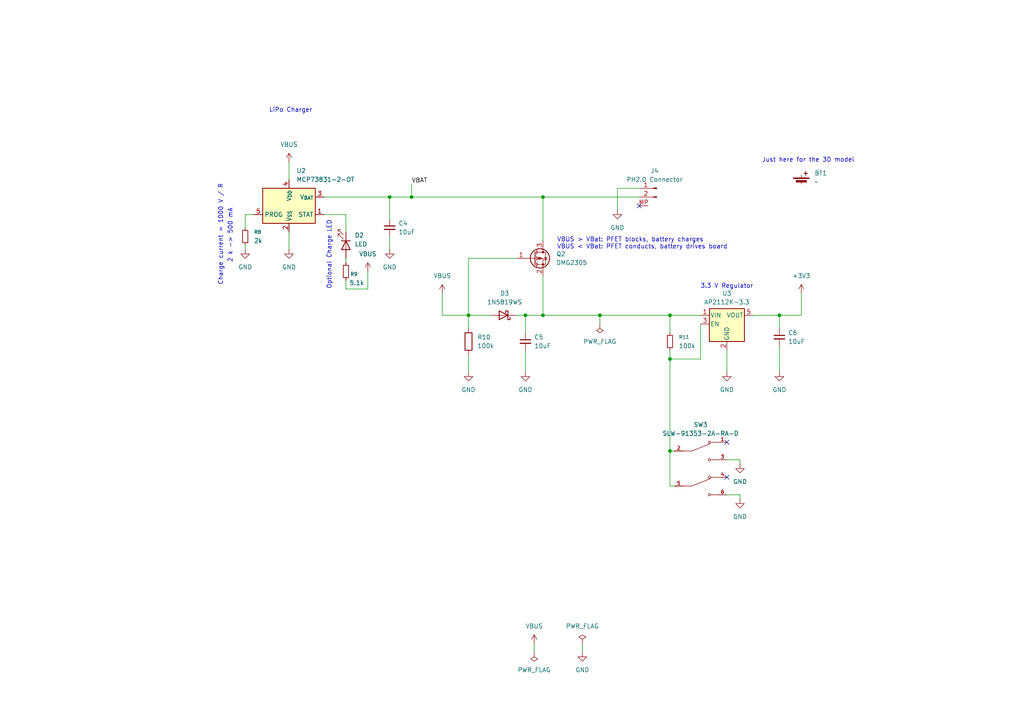
<source format=kicad_sch>
(kicad_sch (version 20250114) (generator "eeschema") (generator_version "9.0")
  (paper "A4")
  (lib_symbols
    (symbol "Battery_Management:MCP73831-2-OT"
      (property "Reference" "U" (at -7.62 6.35 0))
      (property "Value" "MCP73831-2-OT" (at 1.27 6.35 0))
      (symbol "MCP73831-2-OT_0_1"
        (rectangle (start -7.62 5.08) (end 7.62 -5.08) (stroke (width 0.254)) (fill (type background)))
      )
      (symbol "MCP73831-2-OT_1_1"
        (pin input line (at -10.16 -2.54 0) (length 2.54) (name "PROG") (number "5"))
        (pin power_in line (at 0 7.62 270) (length 2.54) (name "V_{DD}") (number "4"))
        (pin power_in line (at 0 -7.62 90) (length 2.54) (name "V_{SS}") (number "2"))
        (pin power_out line (at 10.16 2.54 180) (length 2.54) (name "V_{BAT}") (number "3"))
        (pin tri_state line (at 10.16 -2.54 180) (length 2.54) (name "STAT") (number "1"))
      )
    )
    (symbol "Communicator:Battery_Mockup" (exclude_from_sim yes) (in_bom no)
      (property "Reference" "BT" (at 0 8.89 0))
      (symbol "Battery_Mockup_0_1"
        (rectangle (start -2.286 0.508) (end 2.286 0.254) (fill (type outline)))
        (rectangle (start -1.524 -0.254) (end 1.524 -0.762) (fill (type outline)))
        (polyline (pts (xy 0 0.508) (xy 0 1.27)))
        (polyline (pts (xy 0 -0.508) (xy 0 -1.27)))
        (polyline (pts (xy 0.762 1.778) (xy 1.778 1.778)) (stroke (width 0.254)))
        (polyline (pts (xy 1.27 2.286) (xy 1.27 1.27)) (stroke (width 0.254)))
      )
    )
    (symbol "Communicator:Conn_01x02_Pin_MP" (pin_names (offset 1.016) (hide yes))
      (property "Reference" "J" (at 0 2.54 0))
      (property "Value" "Conn_01x02_Pin_MP" (at 0 -7.62 0))
      (symbol "Conn_01x02_Pin_MP_1_1"
        (rectangle (start 0.8636 0.127) (end 0 -0.127) (stroke (width 0.1524)) (fill (type outline)))
        (rectangle (start 0.8636 -2.413) (end 0 -2.667) (stroke (width 0.1524)) (fill (type outline)))
        (polyline (pts (xy 1.27 0) (xy 0.8636 0)) (stroke (width 0.1524)))
        (polyline (pts (xy 1.27 -2.54) (xy 0.8636 -2.54)) (stroke (width 0.1524)))
        (pin passive line (at 5.08 0 180) (length 3.81) (name "Pin_1") (number "1"))
        (pin passive line (at 5.08 -2.54 180) (length 3.81) (name "Pin_2") (number "2"))
        (pin input line (at 5.08 -5.08 180) (length 2.54) (name "MP") (number "MP"))
      )
    )
    (symbol "Device:C_Small" (pin_numbers (hide yes)) (pin_names (offset 0.254) (hide yes))
      (property "Reference" "C" (at 0.254 1.778 0))
      (property "Value" "C_Small" (at 0.254 -2.032 0))
      (symbol "C_Small_0_1"
        (polyline (pts (xy -1.524 0.508) (xy 1.524 0.508)) (stroke (width 0.3048)))
        (polyline (pts (xy -1.524 -0.508) (xy 1.524 -0.508)) (stroke (width 0.3302)))
      )
      (symbol "C_Small_1_1"
        (pin passive line (at 0 2.54 270) (length 2.032) (name "~") (number "1"))
        (pin passive line (at 0 -2.54 90) (length 2.032) (name "~") (number "2"))
      )
    )
    (symbol "Device:LED" (pin_numbers (hide yes)) (pin_names (offset 1.016) (hide yes))
      (property "Reference" "D" (at 0 2.54 0))
      (property "Value" "LED" (at 0 -2.54 0))
      (symbol "LED_0_1"
        (polyline (pts (xy -3.048 -0.762) (xy -4.572 -2.286) (xy -3.81 -2.286) (xy -4.572 -2.286) (xy -4.572 -1.524)))
        (polyline (pts (xy -1.778 -0.762) (xy -3.302 -2.286) (xy -2.54 -2.286) (xy -3.302 -2.286) (xy -3.302 -1.524)))
        (polyline (pts (xy -1.27 0) (xy 1.27 0)))
        (polyline (pts (xy -1.27 -1.27) (xy -1.27 1.27)) (stroke (width 0.254)))
        (polyline (pts (xy 1.27 -1.27) (xy 1.27 1.27) (xy -1.27 0) (xy 1.27 -1.27)) (stroke (width 0.254)))
      )
      (symbol "LED_1_1"
        (pin passive line (at -3.81 0 0) (length 2.54) (name "K") (number "1"))
        (pin passive line (at 3.81 0 180) (length 2.54) (name "A") (number "2"))
      )
    )
    (symbol "Device:R" (pin_numbers (hide yes)) (pin_names (offset 0))
      (property "Reference" "R" (at 2.032 0 90))
      (property "Value" "R" (at 0 0 90))
      (symbol "R_0_1"
        (rectangle (start -1.016 -2.54) (end 1.016 2.54) (stroke (width 0.254)))
      )
      (symbol "R_1_1"
        (pin passive line (at 0 3.81 270) (length 1.27) (name "~") (number "1"))
        (pin passive line (at 0 -3.81 90) (length 1.27) (name "~") (number "2"))
      )
    )
    (symbol "Device:R_Small" (pin_numbers (hide yes)) (pin_names (offset 0.254) (hide yes))
      (property "Reference" "R" (at 0 0 90))
      (property "Value" "R_Small" (at 1.778 0 90))
      (symbol "R_Small_0_1"
        (rectangle (start -0.762 1.778) (end 0.762 -1.778) (stroke (width 0.2032)))
      )
      (symbol "R_Small_1_1"
        (pin passive line (at 0 2.54 270) (length 0.762) (name "~") (number "1"))
        (pin passive line (at 0 -2.54 90) (length 0.762) (name "~") (number "2"))
      )
    )
    (symbol "Diode:1N5819WS" (pin_numbers (hide yes)) (pin_names (offset 1.016) (hide yes))
      (property "Reference" "D" (at 0 2.54 0))
      (property "Value" "1N5819WS" (at 0 -2.54 0))
      (symbol "1N5819WS_0_1"
        (polyline (pts (xy -1.905 0.635) (xy -1.905 1.27) (xy -1.27 1.27) (xy -1.27 -1.27) (xy -0.635 -1.27) (xy -0.635 -0.635)) (stroke (width 0.254)))
        (polyline (pts (xy 1.27 1.27) (xy 1.27 -1.27) (xy -1.27 0) (xy 1.27 1.27)) (stroke (width 0.254)))
        (polyline (pts (xy 1.27 0) (xy -1.27 0)))
      )
      (symbol "1N5819WS_1_1"
        (pin passive line (at -3.81 0 0) (length 2.54) (name "K") (number "1"))
        (pin passive line (at 3.81 0 180) (length 2.54) (name "A") (number "2"))
      )
    )
    (symbol "Regulator_Linear:AP2112K-3.3" (pin_names (offset 0.254))
      (property "Reference" "U" (at -5.08 5.715 0))
      (property "Value" "AP2112K-3.3" (at 0 5.715 0))
      (symbol "AP2112K-3.3_0_1"
        (rectangle (start -5.08 4.445) (end 5.08 -5.08) (stroke (width 0.254)) (fill (type background)))
      )
      (symbol "AP2112K-3.3_1_1"
        (pin power_in line (at -7.62 2.54 0) (length 2.54) (name "VIN") (number "1"))
        (pin input line (at -7.62 0 0) (length 2.54) (name "EN") (number "3"))
        (pin power_in line (at 0 -7.62 90) (length 2.54) (name "GND") (number "2"))
        (pin no_connect line (at 5.08 0 180) (length 2.54) (hide yes) (name "NC") (number "4"))
        (pin power_out line (at 7.62 2.54 180) (length 2.54) (name "VOUT") (number "5"))
      )
    )
    (symbol "SLW-91353-2A-RA-D:SLW-91353-2A-RA-D" (pin_names (offset 1.016))
      (property "Reference" "SW" (at -2.54 10.16 0))
      (property "Value" "SLW-91353-2A-RA-D" (at -2.54 -10.16 0))
      (symbol "SLW-91353-2A-RA-D_0_0"
        (polyline (pts (xy -2.54 5.08) (xy -5.08 5.08)) (stroke (width 0.1524)))
        (polyline (pts (xy -2.54 5.08) (xy 2.794 7.2136)) (stroke (width 0.1524)))
        (polyline (pts (xy -2.54 -5.08) (xy -5.08 -5.08)) (stroke (width 0.1524)))
        (polyline (pts (xy -2.54 -5.08) (xy 2.794 -2.9464)) (stroke (width 0.1524)))
        (circle (center 2.54 7.62) (radius 0.3302) (stroke (width 0.1524)))
        (circle (center 2.54 2.54) (radius 0.3302) (stroke (width 0.1524)))
        (circle (center 2.54 -2.54) (radius 0.3302) (stroke (width 0.1524)))
        (circle (center 2.54 -7.62) (radius 0.3302) (stroke (width 0.1524)))
        (polyline (pts (xy 5.08 7.62) (xy 2.921 7.62)) (stroke (width 0.1524)))
        (polyline (pts (xy 5.08 2.54) (xy 2.921 2.54)) (stroke (width 0.1524)))
        (polyline (pts (xy 5.08 -2.54) (xy 2.921 -2.54)) (stroke (width 0.1524)))
        (polyline (pts (xy 5.08 -7.62) (xy 2.921 -7.62)) (stroke (width 0.1524)))
        (pin passive line (at -7.62 5.08 0) (length 2.54) (name "~") (number "2"))
        (pin passive line (at -7.62 -5.08 0) (length 2.54) (name "~") (number "5"))
        (pin passive line (at 7.62 7.62 180) (length 2.54) (name "~") (number "1"))
        (pin passive line (at 7.62 2.54 180) (length 2.54) (name "~") (number "3"))
        (pin passive line (at 7.62 -2.54 180) (length 2.54) (name "~") (number "4"))
        (pin passive line (at 7.62 -7.62 180) (length 2.54) (name "~") (number "6"))
      )
    )
    (symbol "Transistor_FET:DMG2301L" (pin_names (hide yes))
      (property "Reference" "Q" (at 5.08 1.905 0))
      (property "Value" "DMG2301L" (at 5.08 0 0))
      (symbol "DMG2301L_0_1"
        (polyline (pts (xy 0.254 1.905) (xy 0.254 -1.905)) (stroke (width 0.254)))
        (polyline (pts (xy 0.254 0) (xy -2.54 0)))
        (polyline (pts (xy 0.762 2.286) (xy 0.762 1.27)) (stroke (width 0.254)))
        (polyline (pts (xy 0.762 1.778) (xy 3.302 1.778) (xy 3.302 -1.778) (xy 0.762 -1.778)))
        (polyline (pts (xy 0.762 0.508) (xy 0.762 -0.508)) (stroke (width 0.254)))
        (polyline (pts (xy 0.762 -1.27) (xy 0.762 -2.286)) (stroke (width 0.254)))
        (circle (center 1.651 0) (radius 2.794) (stroke (width 0.254)))
        (polyline (pts (xy 2.286 0) (xy 1.27 0.381) (xy 1.27 -0.381) (xy 2.286 0)) (fill (type outline)))
        (polyline (pts (xy 2.54 2.54) (xy 2.54 1.778)))
        (circle (center 2.54 1.778) (radius 0.254) (fill (type outline)))
        (circle (center 2.54 -1.778) (radius 0.254) (fill (type outline)))
        (polyline (pts (xy 2.54 -2.54) (xy 2.54 0) (xy 0.762 0)))
        (polyline (pts (xy 2.794 -0.508) (xy 2.921 -0.381) (xy 3.683 -0.381) (xy 3.81 -0.254)))
        (polyline (pts (xy 3.302 -0.381) (xy 2.921 0.254) (xy 3.683 0.254) (xy 3.302 -0.381)))
      )
      (symbol "DMG2301L_1_1"
        (pin input line (at -5.08 0 0) (length 2.54) (name "G") (number "1"))
        (pin passive line (at 2.54 5.08 270) (length 2.54) (name "D") (number "3"))
        (pin passive line (at 2.54 -5.08 90) (length 2.54) (name "S") (number "2"))
      )
    )
    (symbol "power:+3V3" (power) (pin_numbers (hide yes)) (pin_names (offset 0) (hide yes))
      (property "Value" "+3V3" (at 0 3.556 0))
      (symbol "+3V3_0_1"
        (polyline (pts (xy -0.762 1.27) (xy 0 2.54)))
        (polyline (pts (xy 0 2.54) (xy 0.762 1.27)))
        (polyline (pts (xy 0 0) (xy 0 2.54)))
      )
      (symbol "+3V3_1_1"
        (pin power_in line (at 0 0 90) (length 0) (name "~") (number "1"))
      )
    )
    (symbol "power:GND" (power) (pin_numbers (hide yes)) (pin_names (offset 0) (hide yes))
      (property "Value" "GND" (at 0 -3.81 0))
      (symbol "GND_0_1"
        (polyline (pts (xy 0 0) (xy 0 -1.27) (xy 1.27 -1.27) (xy 0 -2.54) (xy -1.27 -1.27) (xy 0 -1.27)))
      )
      (symbol "GND_1_1"
        (pin power_in line (at 0 0 270) (length 0) (name "~") (number "1"))
      )
    )
    (symbol "power:PWR_FLAG" (power) (pin_numbers (hide yes)) (pin_names (offset 0) (hide yes))
      (property "Value" "PWR_FLAG" (at 0 3.81 0))
      (symbol "PWR_FLAG_0_0"
        (pin power_out line (at 0 0 90) (length 0) (name "~") (number "1"))
      )
      (symbol "PWR_FLAG_0_1"
        (polyline (pts (xy 0 0) (xy 0 1.27) (xy -1.016 1.905) (xy 0 2.54) (xy 1.016 1.905) (xy 0 1.27)))
      )
    )
    (symbol "power:VBUS" (power) (pin_numbers (hide yes)) (pin_names (offset 0) (hide yes))
      (property "Value" "VBUS" (at 0 3.556 0))
      (symbol "VBUS_0_1"
        (polyline (pts (xy -0.762 1.27) (xy 0 2.54)))
        (polyline (pts (xy 0 2.54) (xy 0.762 1.27)))
        (polyline (pts (xy 0 0) (xy 0 2.54)))
      )
      (symbol "VBUS_1_1"
        (pin power_in line (at 0 0 90) (length 0) (name "~") (number "1"))
      )
    )
  )
  (text "Optional Charge LED\n" (at 95.504 73.914 90) (effects (font (size 1.27 1.27))))
  (text "Just here for the 3D model\n" (at 234.442 46.482 0) (effects (font (size 1.27 1.27))))
  (text "VBUS > VBat: PFET blocks, battery charges\nVBUS < VBat: PFET conducts, battery drives board\n" (at 161.544 70.612 0) (effects (font (size 1.27 1.27)) (justify left)))
  (text "Charge current = 1000 V / R\n" (at 64.008 68.072 90) (effects (font (size 1.27 1.27))))
  (text "2 k -> 500 mA\n" (at 66.802 68.326 90) (effects (font (size 1.27 1.27))))
  (text "LiPo Charger\n" (at 84.328 32.004 0) (effects (font (size 1.27 1.27))))
  (text "3.3 V Regulator" (at 210.82 83.058 0) (effects (font (size 1.27 1.27))))
  (junction (at 135.89 91.44))
  (junction (at 152.4 91.44))
  (junction (at 194.31 130.81))
  (junction (at 113.03 57.15))
  (junction (at 226.06 91.44))
  (junction (at 157.48 91.44))
  (junction (at 194.31 91.44))
  (junction (at 173.99 91.44))
  (junction (at 119.38 57.15))
  (junction (at 194.31 104.14))
  (junction (at 157.48 57.15))
  (no_connect (at 210.82 128.27))
  (no_connect (at 210.82 138.43))
  (no_connect (at 185.42 59.69))
  (wire (pts (xy 185.42 54.61) (xy 179.07 54.61)))
  (wire (pts (xy 113.03 57.15) (xy 113.03 63.5)))
  (wire (pts (xy 226.06 100.33) (xy 226.06 107.95)))
  (wire (pts (xy 135.89 102.87) (xy 135.89 107.95)))
  (wire (pts (xy 214.63 143.51) (xy 214.63 144.78)))
  (wire (pts (xy 152.4 96.52) (xy 152.4 91.44)))
  (wire (pts (xy 113.03 57.15) (xy 119.38 57.15)))
  (wire (pts (xy 179.07 54.61) (xy 179.07 60.96)))
  (wire (pts (xy 149.86 74.93) (xy 135.89 74.93)))
  (wire (pts (xy 128.27 85.09) (xy 128.27 91.44)))
  (wire (pts (xy 194.31 104.14) (xy 194.31 130.81)))
  (wire (pts (xy 194.31 91.44) (xy 194.31 96.52)))
  (wire (pts (xy 194.31 130.81) (xy 195.58 130.81)))
  (wire (pts (xy 93.98 57.15) (xy 113.03 57.15)))
  (wire (pts (xy 100.33 62.23) (xy 100.33 67.31)))
  (wire (pts (xy 100.33 74.93) (xy 100.33 76.2)))
  (wire (pts (xy 135.89 74.93) (xy 135.89 91.44)))
  (wire (pts (xy 168.91 186.69) (xy 168.91 189.23)))
  (wire (pts (xy 210.82 143.51) (xy 214.63 143.51)))
  (wire (pts (xy 119.38 53.34) (xy 119.38 57.15)))
  (wire (pts (xy 106.68 83.82) (xy 100.33 83.82)))
  (wire (pts (xy 157.48 80.01) (xy 157.48 91.44)))
  (wire (pts (xy 194.31 91.44) (xy 203.2 91.44)))
  (wire (pts (xy 100.33 62.23) (xy 93.98 62.23)))
  (wire (pts (xy 194.31 140.97) (xy 194.31 130.81)))
  (wire (pts (xy 218.44 91.44) (xy 226.06 91.44)))
  (wire (pts (xy 210.82 101.6) (xy 210.82 107.95)))
  (wire (pts (xy 195.58 140.97) (xy 194.31 140.97)))
  (wire (pts (xy 83.82 46.99) (xy 83.82 52.07)))
  (wire (pts (xy 152.4 91.44) (xy 157.48 91.44)))
  (wire (pts (xy 173.99 91.44) (xy 194.31 91.44)))
  (wire (pts (xy 157.48 57.15) (xy 157.48 69.85)))
  (wire (pts (xy 128.27 91.44) (xy 135.89 91.44)))
  (wire (pts (xy 157.48 57.15) (xy 185.42 57.15)))
  (wire (pts (xy 100.33 81.28) (xy 100.33 83.82)))
  (wire (pts (xy 135.89 91.44) (xy 142.24 91.44)))
  (wire (pts (xy 194.31 104.14) (xy 203.2 104.14)))
  (wire (pts (xy 135.89 91.44) (xy 135.89 95.25)))
  (wire (pts (xy 83.82 67.31) (xy 83.82 72.39)))
  (wire (pts (xy 232.41 85.09) (xy 232.41 91.44)))
  (wire (pts (xy 226.06 91.44) (xy 232.41 91.44)))
  (wire (pts (xy 152.4 101.6) (xy 152.4 107.95)))
  (wire (pts (xy 119.38 57.15) (xy 157.48 57.15)))
  (wire (pts (xy 226.06 91.44) (xy 226.06 95.25)))
  (wire (pts (xy 106.68 78.74) (xy 106.68 83.82)))
  (wire (pts (xy 152.4 91.44) (xy 149.86 91.44)))
  (wire (pts (xy 203.2 104.14) (xy 203.2 93.98)))
  (wire (pts (xy 173.99 91.44) (xy 173.99 93.98)))
  (wire (pts (xy 71.12 62.23) (xy 71.12 66.04)))
  (wire (pts (xy 194.31 101.6) (xy 194.31 104.14)))
  (wire (pts (xy 154.94 186.69) (xy 154.94 189.23)))
  (wire (pts (xy 71.12 71.12) (xy 71.12 72.39)))
  (wire (pts (xy 157.48 91.44) (xy 173.99 91.44)))
  (wire (pts (xy 73.66 62.23) (xy 71.12 62.23)))
  (wire (pts (xy 113.03 68.58) (xy 113.03 72.39)))
  (wire (pts (xy 210.82 133.35) (xy 214.63 133.35)))
  (wire (pts (xy 214.63 133.35) (xy 214.63 134.62)))
  (label "VBAT" (at 119.38 53.34 0))
  (symbol (lib_id "Device:R_Small") (at 100.33 78.74 0) (unit 1)
    (property "Reference" "R9" (at 101.6 79.502 0) (effects (font (size 1.016 1.016)) (justify left)))
    (property "Value" "5.1k" (at 101.346 82.042 0) (effects (justify left)))
    (property "Footprint" "Resistor_SMD:R_0603_1608Metric" (effects (hide yes)))
    (property "Description" "Resistor, small symbol" (effects (hide yes)))
  )
  (symbol (lib_id "power:VBUS") (at 83.82 46.99 0) (unit 1)
    (property "Reference" "#PWR0131" (effects (hide yes)))
    (property "Value" "VBUS" (at 83.82 41.91 0))
    (property "Description" "Power symbol creates a global label with name \"VBUS\"" (effects (hide yes)))
  )
  (symbol (lib_id "power:GND") (at 226.06 107.95 0) (unit 1)
    (property "Reference" "#PWR0125" (effects (hide yes)))
    (property "Value" "GND" (at 226.06 113.03 0))
    (property "Description" "Power symbol creates a global label with name \"GND\" , ground" (effects (hide yes)))
  )
  (symbol (lib_id "power:GND") (at 214.63 134.62 0) (unit 1)
    (property "Reference" "#PWR0129" (effects (hide yes)))
    (property "Value" "GND" (at 214.63 139.7 0))
    (property "Description" "Power symbol creates a global label with name \"GND\" , ground" (effects (hide yes)))
  )
  (symbol (lib_id "power:VBUS") (at 106.68 78.74 0) (unit 1)
    (property "Reference" "#PWR01" (effects (hide yes)))
    (property "Value" "VBUS" (at 106.68 73.66 0))
    (property "Description" "Power symbol creates a global label with name \"VBUS\"" (effects (hide yes)))
  )
  (symbol (lib_id "Transistor_FET:DMG2301L") (at 154.94 74.93 0) (unit 1)
    (property "Reference" "Q2" (at 161.29 73.6599 0) (effects (justify left)))
    (property "Value" "DMG2305" (at 161.29 76.1999 0) (effects (justify left)))
    (property "Footprint" "Package_TO_SOT_SMD:SOT-23" (effects (hide yes)))
    (property "Datasheet" "https://www.diodes.com/assets/Datasheets/DMG2301L.pdf" (effects (hide yes)))
    (property "Description" "-3A Id, -20V Vds, P-Channel MOSFET, SOT-23" (effects (hide yes)))
  )
  (symbol (lib_id "Device:C_Small") (at 226.06 97.79 0) (unit 1)
    (property "Reference" "C6" (at 228.6 96.5262 0) (effects (justify left)))
    (property "Value" "10uF" (at 228.6 99.0662 0) (effects (justify left)))
    (property "Footprint" "Capacitor_SMD:C_0603_1608Metric" (effects (hide yes)))
    (property "Description" "Unpolarized capacitor, small symbol" (effects (hide yes)))
  )
  (symbol (lib_id "Device:R") (at 135.89 99.06 0) (unit 1)
    (property "Reference" "R10" (at 138.43 97.7899 0) (effects (justify left)))
    (property "Value" "100k" (at 138.43 100.3299 0) (effects (justify left)))
    (property "Footprint" "Resistor_SMD:R_0603_1608Metric" (effects (hide yes)))
    (property "Description" "Resistor" (effects (hide yes)))
  )
  (symbol (lib_id "power:+3V3") (at 232.41 85.09 0) (unit 1)
    (property "Reference" "#PWR0128" (effects (hide yes)))
    (property "Value" "+3V3" (at 232.41 80.01 0))
    (property "Description" "Power symbol creates a global label with name \"+3V3\"" (effects (hide yes)))
  )
  (symbol (lib_id "power:GND") (at 71.12 72.39 0) (unit 1)
    (property "Reference" "#PWR0132" (effects (hide yes)))
    (property "Value" "GND" (at 71.12 77.47 0))
    (property "Description" "Power symbol creates a global label with name \"GND\" , ground" (effects (hide yes)))
  )
  (symbol (lib_id "power:PWR_FLAG") (at 154.94 189.23 180) (unit 1)
    (property "Reference" "#FLG02" (effects (hide yes)))
    (property "Value" "PWR_FLAG" (at 154.94 194.31 0))
    (property "Description" "Special symbol for telling ERC where power comes from" (effects (hide yes)))
  )
  (symbol (lib_id "Device:R_Small") (at 194.31 99.06 0) (unit 1)
    (property "Reference" "R11" (at 196.85 97.7899 0) (effects (font (size 1.016 1.016)) (justify left)))
    (property "Value" "100k" (at 196.85 100.3299 0) (effects (justify left)))
    (property "Footprint" "Resistor_SMD:R_0603_1608Metric" (effects (hide yes)))
    (property "Description" "Resistor, small symbol" (effects (hide yes)))
  )
  (symbol (lib_id "power:GND") (at 179.07 60.96 0) (mirror y) (unit 1)
    (property "Reference" "#PWR0127" (effects (hide yes)))
    (property "Value" "GND" (at 179.07 66.04 0))
    (property "Description" "Power symbol creates a global label with name \"GND\" , ground" (effects (hide yes)))
  )
  (symbol (lib_id "Regulator_Linear:AP2112K-3.3") (at 210.82 93.98 0) (unit 1)
    (property "Reference" "U3" (at 210.82 85.09 0))
    (property "Value" "AP2112K-3.3" (at 210.82 87.63 0))
    (property "Footprint" "Package_TO_SOT_SMD:SOT-23-5" (effects (hide yes)))
    (property "Datasheet" "https://www.diodes.com/assets/Datasheets/AP2112.pdf" (effects (hide yes)))
    (property "Description" "600mA low dropout linear regulator, with enable pin, 3.8V-6V input voltage range, 3.3V fixed positive output, SOT-23-5" (effects (hide yes)))
  )
  (symbol (lib_id "Diode:1N5819WS") (at 146.05 91.44 180) (unit 1)
    (property "Reference" "D3" (at 146.3675 85.09 0))
    (property "Value" "1N5819WS" (at 146.3675 87.63 0))
    (property "Footprint" "Diode_SMD:D_SOD-323" (effects (hide yes)))
    (property "Datasheet" "https://datasheet.lcsc.com/lcsc/2204281430_Guangdong-Hottech-1N5819WS_C191023.pdf" (effects (hide yes)))
    (property "Description" "40V 600mV@1A 1A SOD-323 Schottky Barrier Diodes, SOD-323" (effects (hide yes)))
  )
  (symbol (lib_id "Communicator:Conn_01x02_Pin_MP") (at 190.5 54.61 0) (mirror y) (unit 1)
    (property "Reference" "J4" (at 189.865 49.53 0))
    (property "Value" "PH2.0 Connector" (at 189.865 52.07 0))
    (property "Footprint" "Connector_JST:JST_PH_S2B-PH-SM4-TB_1x02-1MP_P2.00mm_Horizontal" (effects (hide yes)))
    (property "Datasheet" "https://www.jst-mfg.com/product/pdf/eng/ePH.pdf" (effects (hide yes)))
    (property "Description" "Generic connector, single row, 01x02, script generated" (effects (hide yes)))
  )
  (symbol (lib_id "Device:C_Small") (at 113.03 66.04 0) (unit 1)
    (property "Reference" "C4" (at 115.57 64.7762 0) (effects (justify left)))
    (property "Value" "10uF" (at 115.57 67.3162 0) (effects (justify left)))
    (property "Footprint" "Capacitor_SMD:C_0603_1608Metric" (effects (hide yes)))
    (property "Description" "Unpolarized capacitor, small symbol" (effects (hide yes)))
  )
  (symbol (lib_id "Device:C_Small") (at 152.4 99.06 0) (unit 1)
    (property "Reference" "C5" (at 154.94 97.7962 0) (effects (justify left)))
    (property "Value" "10uF" (at 154.94 100.3362 0) (effects (justify left)))
    (property "Footprint" "Capacitor_SMD:C_0603_1608Metric" (effects (hide yes)))
    (property "Description" "Unpolarized capacitor, small symbol" (effects (hide yes)))
  )
  (symbol (lib_id "Battery_Management:MCP73831-2-OT") (at 83.82 59.69 0) (unit 1)
    (property "Reference" "U2" (at 85.9633 49.53 0) (effects (justify left)))
    (property "Value" "MCP73831-2-OT" (at 85.9633 52.07 0) (effects (justify left)))
    (property "Footprint" "Package_TO_SOT_SMD:SOT-23-5" (effects (hide yes)))
    (property "Datasheet" "http://ww1.microchip.com/downloads/en/DeviceDoc/20001984g.pdf" (effects (hide yes)))
    (property "Description" "Single cell, Li-Ion/Li-Po charge management controller, 4.20V, Tri-State Status Output, in SOT23-5 package" (effects (hide yes)))
  )
  (symbol (lib_id "power:PWR_FLAG") (at 168.91 186.69 0) (unit 1)
    (property "Reference" "#FLG01" (effects (hide yes)))
    (property "Value" "PWR_FLAG" (at 168.91 181.61 0))
    (property "Description" "Special symbol for telling ERC where power comes from" (effects (hide yes)))
  )
  (symbol (lib_id "power:GND") (at 152.4 107.95 0) (unit 1)
    (property "Reference" "#PWR0124" (effects (hide yes)))
    (property "Value" "GND" (at 152.4 113.03 0))
    (property "Description" "Power symbol creates a global label with name \"GND\" , ground" (effects (hide yes)))
  )
  (symbol (lib_id "power:GND") (at 168.91 189.23 0) (unit 1)
    (property "Reference" "#PWR017" (effects (hide yes)))
    (property "Value" "GND" (at 168.91 194.31 0))
    (property "Description" "Power symbol creates a global label with name \"GND\" , ground" (effects (hide yes)))
  )
  (symbol (lib_id "power:GND") (at 135.89 107.95 0) (unit 1)
    (property "Reference" "#PWR0123" (effects (hide yes)))
    (property "Value" "GND" (at 135.89 113.03 0))
    (property "Description" "Power symbol creates a global label with name \"GND\" , ground" (effects (hide yes)))
  )
  (symbol (lib_id "power:GND") (at 113.03 72.39 0) (unit 1)
    (property "Reference" "#PWR0122" (effects (hide yes)))
    (property "Value" "GND" (at 113.03 77.47 0))
    (property "Description" "Power symbol creates a global label with name \"GND\" , ground" (effects (hide yes)))
  )
  (symbol (lib_id "power:PWR_FLAG") (at 173.99 93.98 180) (unit 1)
    (property "Reference" "#FLG03" (effects (hide yes)))
    (property "Value" "PWR_FLAG" (at 173.99 99.06 0))
    (property "Description" "Special symbol for telling ERC where power comes from" (effects (hide yes)))
  )
  (symbol (lib_id "power:GND") (at 210.82 107.95 0) (unit 1)
    (property "Reference" "#PWR0126" (effects (hide yes)))
    (property "Value" "GND" (at 210.82 113.03 0))
    (property "Description" "Power symbol creates a global label with name \"GND\" , ground" (effects (hide yes)))
  )
  (symbol (lib_id "power:GND") (at 83.82 72.39 0) (unit 1)
    (property "Reference" "#PWR0133" (effects (hide yes)))
    (property "Value" "GND" (at 83.82 77.47 0))
    (property "Description" "Power symbol creates a global label with name \"GND\" , ground" (effects (hide yes)))
  )
  (symbol (lib_id "Communicator:Battery_Mockup") (at 232.41 52.07 0) (unit 1) (exclude_from_sim yes) (in_bom no)
    (property "Reference" "BT1" (at 236.22 50.2284 0) (effects (justify left)))
    (property "Value" "~" (at 236.22 52.7684 0) (effects (justify left)))
    (property "Footprint" "Communicator:BatteryMockup" (effects (hide yes)))
    (property "Description" "A battery mockup for a 505060 Lipo" (effects (hide yes)))
  )
  (symbol (lib_id "power:VBUS") (at 128.27 85.09 0) (unit 1)
    (property "Reference" "#PWR0121" (effects (hide yes)))
    (property "Value" "VBUS" (at 128.27 80.01 0))
    (property "Description" "Power symbol creates a global label with name \"VBUS\"" (effects (hide yes)))
  )
  (symbol (lib_id "SLW-91353-2A-RA-D:SLW-91353-2A-RA-D") (at 203.2 135.89 0) (unit 1)
    (property "Reference" "SW3" (at 203.2 123.19 0))
    (property "Value" "SLW-91353-2A-RA-D" (at 203.2 125.73 0))
    (property "Footprint" "SLW_1353_2A_RA_D:SW_SLW-91353-2A-RA-D" (effects (hide yes)))
    (property "Datasheet" "https://www.cuidevices.com/product/resource/digikeypdf/slw-91353-2a-ra-d.pdf" (effects (hide yes)))
    (property "Description" "DPDT Slide Switch" (effects (hide yes)))
    (property "PARTREV" "1.01" (effects (hide yes)))
    (property "STANDARD" "Manufacturer Recommendations" (effects (hide yes)))
    (property "MANUFACTURER" "Same Sky" (effects (hide yes)))
  )
  (symbol (lib_id "power:VBUS") (at 154.94 186.69 0) (unit 1)
    (property "Reference" "#PWR018" (effects (hide yes)))
    (property "Value" "VBUS" (at 154.94 181.61 0))
    (property "Description" "Power symbol creates a global label with name \"VBUS\"" (effects (hide yes)))
  )
  (symbol (lib_id "power:GND") (at 214.63 144.78 0) (unit 1)
    (property "Reference" "#PWR0130" (effects (hide yes)))
    (property "Value" "GND" (at 214.63 149.86 0))
    (property "Description" "Power symbol creates a global label with name \"GND\" , ground" (effects (hide yes)))
  )
  (symbol (lib_id "Device:R_Small") (at 71.12 68.58 0) (unit 1)
    (property "Reference" "R8" (at 73.66 67.3099 0) (effects (font (size 1.016 1.016)) (justify left)))
    (property "Value" "2k" (at 73.66 69.8499 0) (effects (justify left)))
    (property "Footprint" "Resistor_SMD:R_0603_1608Metric" (effects (hide yes)))
    (property "Description" "Resistor, small symbol" (effects (hide yes)))
  )
  (symbol (lib_id "Device:LED") (at 100.33 71.12 270) (unit 1)
    (property "Reference" "D2" (at 102.87 68.2624 90) (effects (justify left)))
    (property "Value" "LED" (at 102.87 70.8024 90) (effects (justify left)))
    (property "Footprint" "LED_SMD:LED_0805_2012Metric" (effects (hide yes)))
    (property "Description" "Light emitting diode" (effects (hide yes)))
    (property "Sim.Pins" "1=K 2=A" (effects (hide yes)))
  )
)
</source>
